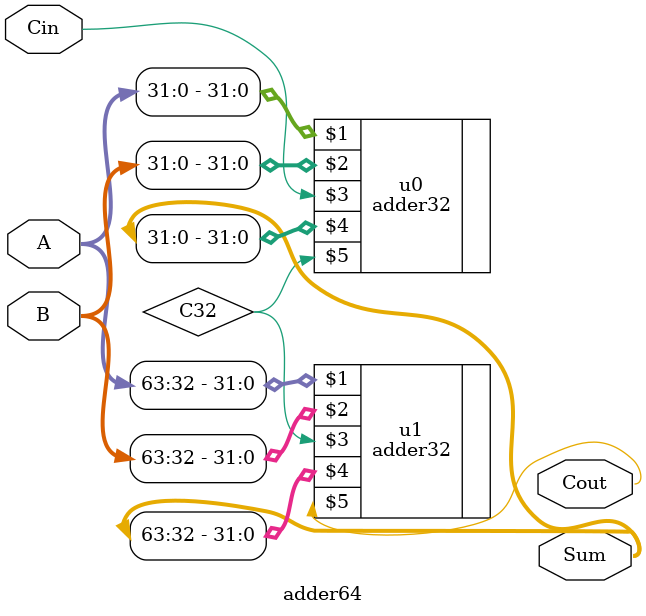
<source format=v>
module adder64 (
    input  [63:0] A,
    input  [63:0] B,
    input         Cin,
    output [63:0] Sum,
    output        Cout
);
    wire C32;

    adder32 u0 (A[31:0],  B[31:0],  Cin,  Sum[31:0],  C32);
    adder32 u1 (A[63:32], B[63:32], C32,  Sum[63:32], Cout);
endmodule

</source>
